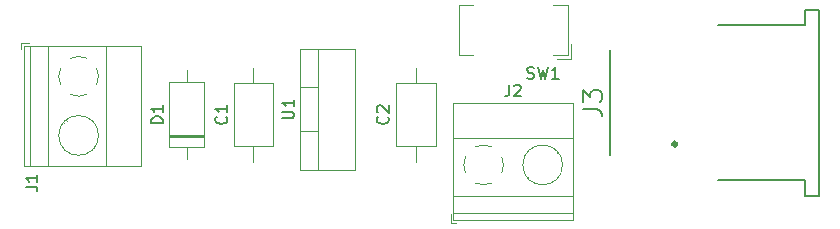
<source format=gbr>
%TF.GenerationSoftware,KiCad,Pcbnew,7.0.9*%
%TF.CreationDate,2023-12-13T20:57:07-06:00*%
%TF.ProjectId,12V to 5V converter,31325620-746f-4203-9556-20636f6e7665,1.0*%
%TF.SameCoordinates,Original*%
%TF.FileFunction,Legend,Top*%
%TF.FilePolarity,Positive*%
%FSLAX46Y46*%
G04 Gerber Fmt 4.6, Leading zero omitted, Abs format (unit mm)*
G04 Created by KiCad (PCBNEW 7.0.9) date 2023-12-13 20:57:07*
%MOMM*%
%LPD*%
G01*
G04 APERTURE LIST*
%ADD10C,0.150000*%
%ADD11C,0.200000*%
%ADD12C,0.400000*%
%ADD13C,0.120000*%
G04 APERTURE END LIST*
D10*
X150382069Y-93533532D02*
X151525354Y-93533532D01*
X151525354Y-93533532D02*
X151754011Y-93609751D01*
X151754011Y-93609751D02*
X151906449Y-93762189D01*
X151906449Y-93762189D02*
X151982667Y-93990846D01*
X151982667Y-93990846D02*
X151982667Y-94143284D01*
X150382069Y-92923781D02*
X150382069Y-91932934D01*
X150382069Y-91932934D02*
X150991821Y-92466467D01*
X150991821Y-92466467D02*
X150991821Y-92237810D01*
X150991821Y-92237810D02*
X151068040Y-92085372D01*
X151068040Y-92085372D02*
X151144259Y-92009153D01*
X151144259Y-92009153D02*
X151296697Y-91932934D01*
X151296697Y-91932934D02*
X151677792Y-91932934D01*
X151677792Y-91932934D02*
X151830230Y-92009153D01*
X151830230Y-92009153D02*
X151906449Y-92085372D01*
X151906449Y-92085372D02*
X151982667Y-92237810D01*
X151982667Y-92237810D02*
X151982667Y-92695124D01*
X151982667Y-92695124D02*
X151906449Y-92847562D01*
X151906449Y-92847562D02*
X151830230Y-92923781D01*
X144151666Y-91444819D02*
X144151666Y-92159104D01*
X144151666Y-92159104D02*
X144104047Y-92301961D01*
X144104047Y-92301961D02*
X144008809Y-92397200D01*
X144008809Y-92397200D02*
X143865952Y-92444819D01*
X143865952Y-92444819D02*
X143770714Y-92444819D01*
X144580238Y-91540057D02*
X144627857Y-91492438D01*
X144627857Y-91492438D02*
X144723095Y-91444819D01*
X144723095Y-91444819D02*
X144961190Y-91444819D01*
X144961190Y-91444819D02*
X145056428Y-91492438D01*
X145056428Y-91492438D02*
X145104047Y-91540057D01*
X145104047Y-91540057D02*
X145151666Y-91635295D01*
X145151666Y-91635295D02*
X145151666Y-91730533D01*
X145151666Y-91730533D02*
X145104047Y-91873390D01*
X145104047Y-91873390D02*
X144532619Y-92444819D01*
X144532619Y-92444819D02*
X145151666Y-92444819D01*
X103204819Y-100083333D02*
X103919104Y-100083333D01*
X103919104Y-100083333D02*
X104061961Y-100130952D01*
X104061961Y-100130952D02*
X104157200Y-100226190D01*
X104157200Y-100226190D02*
X104204819Y-100369047D01*
X104204819Y-100369047D02*
X104204819Y-100464285D01*
X104204819Y-99083333D02*
X104204819Y-99654761D01*
X104204819Y-99369047D02*
X103204819Y-99369047D01*
X103204819Y-99369047D02*
X103347676Y-99464285D01*
X103347676Y-99464285D02*
X103442914Y-99559523D01*
X103442914Y-99559523D02*
X103490533Y-99654761D01*
X120189580Y-94166666D02*
X120237200Y-94214285D01*
X120237200Y-94214285D02*
X120284819Y-94357142D01*
X120284819Y-94357142D02*
X120284819Y-94452380D01*
X120284819Y-94452380D02*
X120237200Y-94595237D01*
X120237200Y-94595237D02*
X120141961Y-94690475D01*
X120141961Y-94690475D02*
X120046723Y-94738094D01*
X120046723Y-94738094D02*
X119856247Y-94785713D01*
X119856247Y-94785713D02*
X119713390Y-94785713D01*
X119713390Y-94785713D02*
X119522914Y-94738094D01*
X119522914Y-94738094D02*
X119427676Y-94690475D01*
X119427676Y-94690475D02*
X119332438Y-94595237D01*
X119332438Y-94595237D02*
X119284819Y-94452380D01*
X119284819Y-94452380D02*
X119284819Y-94357142D01*
X119284819Y-94357142D02*
X119332438Y-94214285D01*
X119332438Y-94214285D02*
X119380057Y-94166666D01*
X120284819Y-93214285D02*
X120284819Y-93785713D01*
X120284819Y-93499999D02*
X119284819Y-93499999D01*
X119284819Y-93499999D02*
X119427676Y-93595237D01*
X119427676Y-93595237D02*
X119522914Y-93690475D01*
X119522914Y-93690475D02*
X119570533Y-93785713D01*
X145666667Y-90907200D02*
X145809524Y-90954819D01*
X145809524Y-90954819D02*
X146047619Y-90954819D01*
X146047619Y-90954819D02*
X146142857Y-90907200D01*
X146142857Y-90907200D02*
X146190476Y-90859580D01*
X146190476Y-90859580D02*
X146238095Y-90764342D01*
X146238095Y-90764342D02*
X146238095Y-90669104D01*
X146238095Y-90669104D02*
X146190476Y-90573866D01*
X146190476Y-90573866D02*
X146142857Y-90526247D01*
X146142857Y-90526247D02*
X146047619Y-90478628D01*
X146047619Y-90478628D02*
X145857143Y-90431009D01*
X145857143Y-90431009D02*
X145761905Y-90383390D01*
X145761905Y-90383390D02*
X145714286Y-90335771D01*
X145714286Y-90335771D02*
X145666667Y-90240533D01*
X145666667Y-90240533D02*
X145666667Y-90145295D01*
X145666667Y-90145295D02*
X145714286Y-90050057D01*
X145714286Y-90050057D02*
X145761905Y-90002438D01*
X145761905Y-90002438D02*
X145857143Y-89954819D01*
X145857143Y-89954819D02*
X146095238Y-89954819D01*
X146095238Y-89954819D02*
X146238095Y-90002438D01*
X146571429Y-89954819D02*
X146809524Y-90954819D01*
X146809524Y-90954819D02*
X147000000Y-90240533D01*
X147000000Y-90240533D02*
X147190476Y-90954819D01*
X147190476Y-90954819D02*
X147428572Y-89954819D01*
X148333333Y-90954819D02*
X147761905Y-90954819D01*
X148047619Y-90954819D02*
X148047619Y-89954819D01*
X148047619Y-89954819D02*
X147952381Y-90097676D01*
X147952381Y-90097676D02*
X147857143Y-90192914D01*
X147857143Y-90192914D02*
X147761905Y-90240533D01*
X124934819Y-94301904D02*
X125744342Y-94301904D01*
X125744342Y-94301904D02*
X125839580Y-94254285D01*
X125839580Y-94254285D02*
X125887200Y-94206666D01*
X125887200Y-94206666D02*
X125934819Y-94111428D01*
X125934819Y-94111428D02*
X125934819Y-93920952D01*
X125934819Y-93920952D02*
X125887200Y-93825714D01*
X125887200Y-93825714D02*
X125839580Y-93778095D01*
X125839580Y-93778095D02*
X125744342Y-93730476D01*
X125744342Y-93730476D02*
X124934819Y-93730476D01*
X125934819Y-92730476D02*
X125934819Y-93301904D01*
X125934819Y-93016190D02*
X124934819Y-93016190D01*
X124934819Y-93016190D02*
X125077676Y-93111428D01*
X125077676Y-93111428D02*
X125172914Y-93206666D01*
X125172914Y-93206666D02*
X125220533Y-93301904D01*
X114824819Y-94718094D02*
X113824819Y-94718094D01*
X113824819Y-94718094D02*
X113824819Y-94479999D01*
X113824819Y-94479999D02*
X113872438Y-94337142D01*
X113872438Y-94337142D02*
X113967676Y-94241904D01*
X113967676Y-94241904D02*
X114062914Y-94194285D01*
X114062914Y-94194285D02*
X114253390Y-94146666D01*
X114253390Y-94146666D02*
X114396247Y-94146666D01*
X114396247Y-94146666D02*
X114586723Y-94194285D01*
X114586723Y-94194285D02*
X114681961Y-94241904D01*
X114681961Y-94241904D02*
X114777200Y-94337142D01*
X114777200Y-94337142D02*
X114824819Y-94479999D01*
X114824819Y-94479999D02*
X114824819Y-94718094D01*
X114824819Y-93194285D02*
X114824819Y-93765713D01*
X114824819Y-93479999D02*
X113824819Y-93479999D01*
X113824819Y-93479999D02*
X113967676Y-93575237D01*
X113967676Y-93575237D02*
X114062914Y-93670475D01*
X114062914Y-93670475D02*
X114110533Y-93765713D01*
X133859580Y-94166666D02*
X133907200Y-94214285D01*
X133907200Y-94214285D02*
X133954819Y-94357142D01*
X133954819Y-94357142D02*
X133954819Y-94452380D01*
X133954819Y-94452380D02*
X133907200Y-94595237D01*
X133907200Y-94595237D02*
X133811961Y-94690475D01*
X133811961Y-94690475D02*
X133716723Y-94738094D01*
X133716723Y-94738094D02*
X133526247Y-94785713D01*
X133526247Y-94785713D02*
X133383390Y-94785713D01*
X133383390Y-94785713D02*
X133192914Y-94738094D01*
X133192914Y-94738094D02*
X133097676Y-94690475D01*
X133097676Y-94690475D02*
X133002438Y-94595237D01*
X133002438Y-94595237D02*
X132954819Y-94452380D01*
X132954819Y-94452380D02*
X132954819Y-94357142D01*
X132954819Y-94357142D02*
X133002438Y-94214285D01*
X133002438Y-94214285D02*
X133050057Y-94166666D01*
X133050057Y-93785713D02*
X133002438Y-93738094D01*
X133002438Y-93738094D02*
X132954819Y-93642856D01*
X132954819Y-93642856D02*
X132954819Y-93404761D01*
X132954819Y-93404761D02*
X133002438Y-93309523D01*
X133002438Y-93309523D02*
X133050057Y-93261904D01*
X133050057Y-93261904D02*
X133145295Y-93214285D01*
X133145295Y-93214285D02*
X133240533Y-93214285D01*
X133240533Y-93214285D02*
X133383390Y-93261904D01*
X133383390Y-93261904D02*
X133954819Y-93833332D01*
X133954819Y-93833332D02*
X133954819Y-93214285D01*
D11*
%TO.C,J3*%
X169204300Y-100848600D02*
X169204300Y-99536000D01*
X170372700Y-100848600D02*
X169204300Y-100848600D01*
X170372700Y-100848600D02*
X170372700Y-85151400D01*
X169204300Y-99536000D02*
X161838300Y-99536000D01*
X152694300Y-97445000D02*
X152694300Y-88555000D01*
X169204300Y-86396000D02*
X161838300Y-86396000D01*
X169204300Y-86396000D02*
X169204300Y-85151400D01*
X170372700Y-85151400D02*
X169204300Y-85151400D01*
D12*
X158275300Y-96495440D02*
G75*
G03*
X158275300Y-96495440I-120000J0D01*
G01*
D13*
%TO.C,J2*%
X139185000Y-102410000D02*
X139185000Y-103150000D01*
X139185000Y-103150000D02*
X139685000Y-103150000D01*
X139425000Y-92989000D02*
X139425000Y-102910000D01*
X139425000Y-92989000D02*
X149545000Y-92989000D01*
X139425000Y-95949000D02*
X149545000Y-95949000D01*
X139425000Y-100850000D02*
X149545000Y-100850000D01*
X139425000Y-102350000D02*
X149545000Y-102350000D01*
X139425000Y-102910000D02*
X149545000Y-102910000D01*
X145758000Y-99273000D02*
X145711000Y-99319000D01*
X145951000Y-99489000D02*
X145916000Y-99524000D01*
X148055000Y-96975000D02*
X148020000Y-97011000D01*
X148260000Y-97181000D02*
X148213000Y-97227000D01*
X149545000Y-92989000D02*
X149545000Y-102910000D01*
X140450001Y-97566001D02*
G75*
G03*
X140449574Y-98933042I1534992J-684000D01*
G01*
X142668999Y-96715001D02*
G75*
G03*
X141301958Y-96714574I-684000J-1534992D01*
G01*
X141301000Y-99784999D02*
G75*
G03*
X142013805Y-99930252I683999J1535000D01*
G01*
X141985000Y-99929999D02*
G75*
G03*
X142668318Y-99784755I0J1679999D01*
G01*
X143520000Y-98934000D02*
G75*
G03*
X143520426Y-97566958I-1535000J684000D01*
G01*
X148665000Y-98250000D02*
G75*
G03*
X148665000Y-98250000I-1680000J0D01*
G01*
%TO.C,J1*%
X103535000Y-87950000D02*
X102795000Y-87950000D01*
X102795000Y-87950000D02*
X102795000Y-88450000D01*
X112956000Y-88190000D02*
X103035000Y-88190000D01*
X112956000Y-88190000D02*
X112956000Y-98310000D01*
X109996000Y-88190000D02*
X109996000Y-98310000D01*
X105095000Y-88190000D02*
X105095000Y-98310000D01*
X103595000Y-88190000D02*
X103595000Y-98310000D01*
X103035000Y-88190000D02*
X103035000Y-98310000D01*
X106672000Y-94523000D02*
X106626000Y-94476000D01*
X106456000Y-94716000D02*
X106421000Y-94681000D01*
X108970000Y-96820000D02*
X108934000Y-96785000D01*
X108764000Y-97025000D02*
X108718000Y-96978000D01*
X112956000Y-98310000D02*
X103035000Y-98310000D01*
X108378999Y-89215001D02*
G75*
G03*
X107011958Y-89214574I-684000J-1534992D01*
G01*
X109229999Y-91433999D02*
G75*
G03*
X109230426Y-90066958I-1534992J684000D01*
G01*
X106160001Y-90066000D02*
G75*
G03*
X106014748Y-90778805I1535000J-683999D01*
G01*
X106015001Y-90750000D02*
G75*
G03*
X106160245Y-91433318I1679999J0D01*
G01*
X107011000Y-92285000D02*
G75*
G03*
X108378042Y-92285426I684000J1535000D01*
G01*
X109375000Y-95750000D02*
G75*
G03*
X109375000Y-95750000I-1680000J0D01*
G01*
%TO.C,C1*%
X122500000Y-97960000D02*
X122500000Y-96670000D01*
X120830000Y-96670000D02*
X124170000Y-96670000D01*
X124170000Y-96670000D02*
X124170000Y-91330000D01*
X120830000Y-91330000D02*
X120830000Y-96670000D01*
X124170000Y-91330000D02*
X120830000Y-91330000D01*
X122500000Y-90040000D02*
X122500000Y-91330000D01*
%TO.C,SW1*%
X149400000Y-89250000D02*
X149400000Y-88050000D01*
X149100000Y-88950000D02*
X149100000Y-84750000D01*
X149100000Y-84750000D02*
X147900000Y-84750000D01*
X148200000Y-89250000D02*
X149400000Y-89250000D01*
X147900000Y-88950000D02*
X149100000Y-88950000D01*
X141100000Y-88950000D02*
X139900000Y-88950000D01*
X139900000Y-88950000D02*
X139900000Y-84750000D01*
X139900000Y-84750000D02*
X141100000Y-84750000D01*
%TO.C,U1*%
X126480000Y-98660000D02*
X131121000Y-98660000D01*
X126480000Y-98660000D02*
X126480000Y-88420000D01*
X127990000Y-98660000D02*
X127990000Y-88420000D01*
X131121000Y-98660000D02*
X131121000Y-88420000D01*
X126480000Y-95390000D02*
X127990000Y-95390000D01*
X126480000Y-91689000D02*
X127990000Y-91689000D01*
X126480000Y-88420000D02*
X131121000Y-88420000D01*
%TO.C,D1*%
X116840000Y-97720000D02*
X116840000Y-96700000D01*
X115370000Y-96700000D02*
X118310000Y-96700000D01*
X118310000Y-96700000D02*
X118310000Y-91260000D01*
X115370000Y-95920000D02*
X118310000Y-95920000D01*
X115370000Y-95800000D02*
X118310000Y-95800000D01*
X115370000Y-95680000D02*
X118310000Y-95680000D01*
X115370000Y-91260000D02*
X115370000Y-96700000D01*
X118310000Y-91260000D02*
X115370000Y-91260000D01*
X116840000Y-90240000D02*
X116840000Y-91260000D01*
%TO.C,C2*%
X136250000Y-90040000D02*
X136250000Y-91330000D01*
X137920000Y-91330000D02*
X134580000Y-91330000D01*
X134580000Y-91330000D02*
X134580000Y-96670000D01*
X137920000Y-96670000D02*
X137920000Y-91330000D01*
X134580000Y-96670000D02*
X137920000Y-96670000D01*
X136250000Y-97960000D02*
X136250000Y-96670000D01*
%TD*%
M02*

</source>
